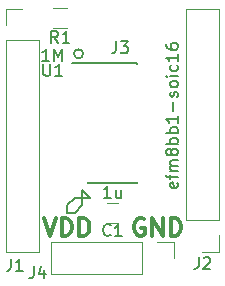
<source format=gto>
G04 #@! TF.FileFunction,Legend,Top*
%FSLAX46Y46*%
G04 Gerber Fmt 4.6, Leading zero omitted, Abs format (unit mm)*
G04 Created by KiCad (PCBNEW 4.0.7-e0-6372~58~ubuntu16.04.1) date Tue Sep 12 02:06:09 2017*
%MOMM*%
%LPD*%
G01*
G04 APERTURE LIST*
%ADD10C,0.100000*%
%ADD11C,0.300000*%
%ADD12C,0.200000*%
%ADD13C,0.120000*%
%ADD14C,0.150000*%
G04 APERTURE END LIST*
D10*
D11*
X150622143Y-112915000D02*
X150479286Y-112843571D01*
X150265000Y-112843571D01*
X150050715Y-112915000D01*
X149907857Y-113057857D01*
X149836429Y-113200714D01*
X149765000Y-113486429D01*
X149765000Y-113700714D01*
X149836429Y-113986429D01*
X149907857Y-114129286D01*
X150050715Y-114272143D01*
X150265000Y-114343571D01*
X150407857Y-114343571D01*
X150622143Y-114272143D01*
X150693572Y-114200714D01*
X150693572Y-113700714D01*
X150407857Y-113700714D01*
X151336429Y-114343571D02*
X151336429Y-112843571D01*
X152193572Y-114343571D01*
X152193572Y-112843571D01*
X152907858Y-114343571D02*
X152907858Y-112843571D01*
X153265001Y-112843571D01*
X153479286Y-112915000D01*
X153622144Y-113057857D01*
X153693572Y-113200714D01*
X153765001Y-113486429D01*
X153765001Y-113700714D01*
X153693572Y-113986429D01*
X153622144Y-114129286D01*
X153479286Y-114272143D01*
X153265001Y-114343571D01*
X152907858Y-114343571D01*
X142145000Y-112843571D02*
X142645000Y-114343571D01*
X143145000Y-112843571D01*
X143645000Y-114343571D02*
X143645000Y-112843571D01*
X144002143Y-112843571D01*
X144216428Y-112915000D01*
X144359286Y-113057857D01*
X144430714Y-113200714D01*
X144502143Y-113486429D01*
X144502143Y-113700714D01*
X144430714Y-113986429D01*
X144359286Y-114129286D01*
X144216428Y-114272143D01*
X144002143Y-114343571D01*
X143645000Y-114343571D01*
X145145000Y-114343571D02*
X145145000Y-112843571D01*
X145502143Y-112843571D01*
X145716428Y-112915000D01*
X145859286Y-113057857D01*
X145930714Y-113200714D01*
X146002143Y-113486429D01*
X146002143Y-113700714D01*
X145930714Y-113986429D01*
X145859286Y-114129286D01*
X145716428Y-114272143D01*
X145502143Y-114343571D01*
X145145000Y-114343571D01*
D12*
X144780000Y-112395000D02*
X144145000Y-112395000D01*
X145415000Y-111760000D02*
X144780000Y-112395000D01*
X145415000Y-110490000D02*
X145415000Y-111760000D01*
X146050000Y-111125000D02*
X145415000Y-110490000D01*
X144780000Y-111125000D02*
X146050000Y-111125000D01*
X144145000Y-111760000D02*
X144780000Y-111125000D01*
X144145000Y-112395000D02*
X144145000Y-111760000D01*
X145470512Y-98920000D02*
G75*
G03X145470512Y-98920000I-390512J0D01*
G01*
D13*
X147455000Y-113245000D02*
X148455000Y-113245000D01*
X148455000Y-111545000D02*
X147455000Y-111545000D01*
X138945000Y-97790000D02*
X138945000Y-115690000D01*
X138945000Y-115690000D02*
X141725000Y-115690000D01*
X141725000Y-115690000D02*
X141725000Y-97790000D01*
X141725000Y-97790000D02*
X138945000Y-97790000D01*
X138945000Y-96520000D02*
X138945000Y-95130000D01*
X138945000Y-95130000D02*
X140335000Y-95130000D01*
X156965000Y-113030000D02*
X156965000Y-95130000D01*
X156965000Y-95130000D02*
X154185000Y-95130000D01*
X154185000Y-95130000D02*
X154185000Y-113030000D01*
X154185000Y-113030000D02*
X156965000Y-113030000D01*
X156965000Y-114300000D02*
X156965000Y-115690000D01*
X156965000Y-115690000D02*
X155575000Y-115690000D01*
D14*
X145880000Y-99700000D02*
X145880000Y-99725000D01*
X150030000Y-99700000D02*
X150030000Y-99805000D01*
X150030000Y-109850000D02*
X150030000Y-109745000D01*
X145880000Y-109850000D02*
X145880000Y-109745000D01*
X145880000Y-99700000D02*
X150030000Y-99700000D01*
X145880000Y-109850000D02*
X150030000Y-109850000D01*
X145880000Y-99725000D02*
X144505000Y-99725000D01*
D13*
X150495000Y-114815000D02*
X142755000Y-114815000D01*
X142755000Y-114815000D02*
X142755000Y-117595000D01*
X142755000Y-117595000D02*
X150495000Y-117595000D01*
X150495000Y-117595000D02*
X150495000Y-114815000D01*
X151765000Y-114815000D02*
X153155000Y-114815000D01*
X153155000Y-114815000D02*
X153155000Y-116205000D01*
X142910000Y-95005000D02*
X144110000Y-95005000D01*
X144110000Y-96765000D02*
X142910000Y-96765000D01*
D14*
X147788334Y-114252143D02*
X147740715Y-114299762D01*
X147597858Y-114347381D01*
X147502620Y-114347381D01*
X147359762Y-114299762D01*
X147264524Y-114204524D01*
X147216905Y-114109286D01*
X147169286Y-113918810D01*
X147169286Y-113775952D01*
X147216905Y-113585476D01*
X147264524Y-113490238D01*
X147359762Y-113395000D01*
X147502620Y-113347381D01*
X147597858Y-113347381D01*
X147740715Y-113395000D01*
X147788334Y-113442619D01*
X148740715Y-114347381D02*
X148169286Y-114347381D01*
X148455000Y-114347381D02*
X148455000Y-113347381D01*
X148359762Y-113490238D01*
X148264524Y-113585476D01*
X148169286Y-113633095D01*
X147788334Y-111097381D02*
X147216905Y-111097381D01*
X147502619Y-111097381D02*
X147502619Y-110097381D01*
X147407381Y-110240238D01*
X147312143Y-110335476D01*
X147216905Y-110383095D01*
X148645477Y-110430714D02*
X148645477Y-111097381D01*
X148216905Y-110430714D02*
X148216905Y-110954524D01*
X148264524Y-111049762D01*
X148359762Y-111097381D01*
X148502620Y-111097381D01*
X148597858Y-111049762D01*
X148645477Y-111002143D01*
X139366667Y-116292381D02*
X139366667Y-117006667D01*
X139319047Y-117149524D01*
X139223809Y-117244762D01*
X139080952Y-117292381D01*
X138985714Y-117292381D01*
X140366667Y-117292381D02*
X139795238Y-117292381D01*
X140080952Y-117292381D02*
X140080952Y-116292381D01*
X139985714Y-116435238D01*
X139890476Y-116530476D01*
X139795238Y-116578095D01*
X155241667Y-116142381D02*
X155241667Y-116856667D01*
X155194047Y-116999524D01*
X155098809Y-117094762D01*
X154955952Y-117142381D01*
X154860714Y-117142381D01*
X155670238Y-116237619D02*
X155717857Y-116190000D01*
X155813095Y-116142381D01*
X156051191Y-116142381D01*
X156146429Y-116190000D01*
X156194048Y-116237619D01*
X156241667Y-116332857D01*
X156241667Y-116428095D01*
X156194048Y-116570952D01*
X155622619Y-117142381D01*
X156241667Y-117142381D01*
X142113095Y-99782381D02*
X142113095Y-100591905D01*
X142160714Y-100687143D01*
X142208333Y-100734762D01*
X142303571Y-100782381D01*
X142494048Y-100782381D01*
X142589286Y-100734762D01*
X142636905Y-100687143D01*
X142684524Y-100591905D01*
X142684524Y-99782381D01*
X143684524Y-100782381D02*
X143113095Y-100782381D01*
X143398809Y-100782381D02*
X143398809Y-99782381D01*
X143303571Y-99925238D01*
X143208333Y-100020476D01*
X143113095Y-100068095D01*
X153439762Y-109854285D02*
X153487381Y-109949523D01*
X153487381Y-110140000D01*
X153439762Y-110235238D01*
X153344524Y-110282857D01*
X152963571Y-110282857D01*
X152868333Y-110235238D01*
X152820714Y-110140000D01*
X152820714Y-109949523D01*
X152868333Y-109854285D01*
X152963571Y-109806666D01*
X153058810Y-109806666D01*
X153154048Y-110282857D01*
X152820714Y-109520952D02*
X152820714Y-109140000D01*
X153487381Y-109378095D02*
X152630238Y-109378095D01*
X152535000Y-109330476D01*
X152487381Y-109235238D01*
X152487381Y-109140000D01*
X153487381Y-108806666D02*
X152820714Y-108806666D01*
X152915952Y-108806666D02*
X152868333Y-108759047D01*
X152820714Y-108663809D01*
X152820714Y-108520951D01*
X152868333Y-108425713D01*
X152963571Y-108378094D01*
X153487381Y-108378094D01*
X152963571Y-108378094D02*
X152868333Y-108330475D01*
X152820714Y-108235237D01*
X152820714Y-108092380D01*
X152868333Y-107997142D01*
X152963571Y-107949523D01*
X153487381Y-107949523D01*
X152915952Y-107330476D02*
X152868333Y-107425714D01*
X152820714Y-107473333D01*
X152725476Y-107520952D01*
X152677857Y-107520952D01*
X152582619Y-107473333D01*
X152535000Y-107425714D01*
X152487381Y-107330476D01*
X152487381Y-107139999D01*
X152535000Y-107044761D01*
X152582619Y-106997142D01*
X152677857Y-106949523D01*
X152725476Y-106949523D01*
X152820714Y-106997142D01*
X152868333Y-107044761D01*
X152915952Y-107139999D01*
X152915952Y-107330476D01*
X152963571Y-107425714D01*
X153011190Y-107473333D01*
X153106429Y-107520952D01*
X153296905Y-107520952D01*
X153392143Y-107473333D01*
X153439762Y-107425714D01*
X153487381Y-107330476D01*
X153487381Y-107139999D01*
X153439762Y-107044761D01*
X153392143Y-106997142D01*
X153296905Y-106949523D01*
X153106429Y-106949523D01*
X153011190Y-106997142D01*
X152963571Y-107044761D01*
X152915952Y-107139999D01*
X153487381Y-106520952D02*
X152487381Y-106520952D01*
X152868333Y-106520952D02*
X152820714Y-106425714D01*
X152820714Y-106235237D01*
X152868333Y-106139999D01*
X152915952Y-106092380D01*
X153011190Y-106044761D01*
X153296905Y-106044761D01*
X153392143Y-106092380D01*
X153439762Y-106139999D01*
X153487381Y-106235237D01*
X153487381Y-106425714D01*
X153439762Y-106520952D01*
X153487381Y-105616190D02*
X152487381Y-105616190D01*
X152868333Y-105616190D02*
X152820714Y-105520952D01*
X152820714Y-105330475D01*
X152868333Y-105235237D01*
X152915952Y-105187618D01*
X153011190Y-105139999D01*
X153296905Y-105139999D01*
X153392143Y-105187618D01*
X153439762Y-105235237D01*
X153487381Y-105330475D01*
X153487381Y-105520952D01*
X153439762Y-105616190D01*
X153487381Y-104187618D02*
X153487381Y-104759047D01*
X153487381Y-104473333D02*
X152487381Y-104473333D01*
X152630238Y-104568571D01*
X152725476Y-104663809D01*
X152773095Y-104759047D01*
X153106429Y-103759047D02*
X153106429Y-102997142D01*
X153439762Y-102568571D02*
X153487381Y-102473333D01*
X153487381Y-102282857D01*
X153439762Y-102187618D01*
X153344524Y-102139999D01*
X153296905Y-102139999D01*
X153201667Y-102187618D01*
X153154048Y-102282857D01*
X153154048Y-102425714D01*
X153106429Y-102520952D01*
X153011190Y-102568571D01*
X152963571Y-102568571D01*
X152868333Y-102520952D01*
X152820714Y-102425714D01*
X152820714Y-102282857D01*
X152868333Y-102187618D01*
X153487381Y-101568571D02*
X153439762Y-101663809D01*
X153392143Y-101711428D01*
X153296905Y-101759047D01*
X153011190Y-101759047D01*
X152915952Y-101711428D01*
X152868333Y-101663809D01*
X152820714Y-101568571D01*
X152820714Y-101425713D01*
X152868333Y-101330475D01*
X152915952Y-101282856D01*
X153011190Y-101235237D01*
X153296905Y-101235237D01*
X153392143Y-101282856D01*
X153439762Y-101330475D01*
X153487381Y-101425713D01*
X153487381Y-101568571D01*
X153487381Y-100806666D02*
X152820714Y-100806666D01*
X152487381Y-100806666D02*
X152535000Y-100854285D01*
X152582619Y-100806666D01*
X152535000Y-100759047D01*
X152487381Y-100806666D01*
X152582619Y-100806666D01*
X153439762Y-99901904D02*
X153487381Y-99997142D01*
X153487381Y-100187619D01*
X153439762Y-100282857D01*
X153392143Y-100330476D01*
X153296905Y-100378095D01*
X153011190Y-100378095D01*
X152915952Y-100330476D01*
X152868333Y-100282857D01*
X152820714Y-100187619D01*
X152820714Y-99997142D01*
X152868333Y-99901904D01*
X153487381Y-98949523D02*
X153487381Y-99520952D01*
X153487381Y-99235238D02*
X152487381Y-99235238D01*
X152630238Y-99330476D01*
X152725476Y-99425714D01*
X152773095Y-99520952D01*
X152487381Y-98092380D02*
X152487381Y-98282857D01*
X152535000Y-98378095D01*
X152582619Y-98425714D01*
X152725476Y-98520952D01*
X152915952Y-98568571D01*
X153296905Y-98568571D01*
X153392143Y-98520952D01*
X153439762Y-98473333D01*
X153487381Y-98378095D01*
X153487381Y-98187618D01*
X153439762Y-98092380D01*
X153392143Y-98044761D01*
X153296905Y-97997142D01*
X153058810Y-97997142D01*
X152963571Y-98044761D01*
X152915952Y-98092380D01*
X152868333Y-98187618D01*
X152868333Y-98378095D01*
X152915952Y-98473333D01*
X152963571Y-98520952D01*
X153058810Y-98568571D01*
X148256667Y-97877381D02*
X148256667Y-98591667D01*
X148209047Y-98734524D01*
X148113809Y-98829762D01*
X147970952Y-98877381D01*
X147875714Y-98877381D01*
X148637619Y-97877381D02*
X149256667Y-97877381D01*
X148923333Y-98258333D01*
X149066191Y-98258333D01*
X149161429Y-98305952D01*
X149209048Y-98353571D01*
X149256667Y-98448810D01*
X149256667Y-98686905D01*
X149209048Y-98782143D01*
X149161429Y-98829762D01*
X149066191Y-98877381D01*
X148780476Y-98877381D01*
X148685238Y-98829762D01*
X148637619Y-98782143D01*
X141271667Y-116927381D02*
X141271667Y-117641667D01*
X141224047Y-117784524D01*
X141128809Y-117879762D01*
X140985952Y-117927381D01*
X140890714Y-117927381D01*
X142176429Y-117260714D02*
X142176429Y-117927381D01*
X141938333Y-116879762D02*
X141700238Y-117594048D01*
X142319286Y-117594048D01*
X143343334Y-97987381D02*
X143010000Y-97511190D01*
X142771905Y-97987381D02*
X142771905Y-96987381D01*
X143152858Y-96987381D01*
X143248096Y-97035000D01*
X143295715Y-97082619D01*
X143343334Y-97177857D01*
X143343334Y-97320714D01*
X143295715Y-97415952D01*
X143248096Y-97463571D01*
X143152858Y-97511190D01*
X142771905Y-97511190D01*
X144295715Y-97987381D02*
X143724286Y-97987381D01*
X144010000Y-97987381D02*
X144010000Y-96987381D01*
X143914762Y-97130238D01*
X143819524Y-97225476D01*
X143724286Y-97273095D01*
X142589286Y-99512381D02*
X142017857Y-99512381D01*
X142303571Y-99512381D02*
X142303571Y-98512381D01*
X142208333Y-98655238D01*
X142113095Y-98750476D01*
X142017857Y-98798095D01*
X143017857Y-99512381D02*
X143017857Y-98512381D01*
X143351191Y-99226667D01*
X143684524Y-98512381D01*
X143684524Y-99512381D01*
M02*

</source>
